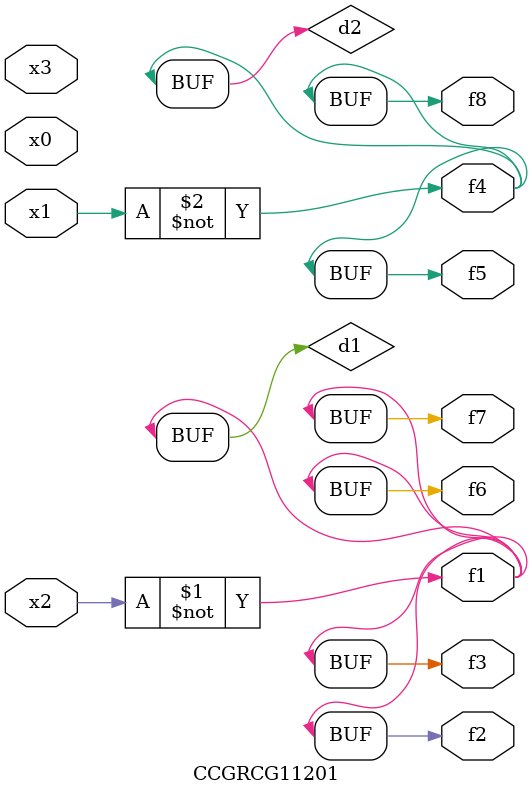
<source format=v>
module CCGRCG11201(
	input x0, x1, x2, x3,
	output f1, f2, f3, f4, f5, f6, f7, f8
);

	wire d1, d2;

	xnor (d1, x2);
	not (d2, x1);
	assign f1 = d1;
	assign f2 = d1;
	assign f3 = d1;
	assign f4 = d2;
	assign f5 = d2;
	assign f6 = d1;
	assign f7 = d1;
	assign f8 = d2;
endmodule

</source>
